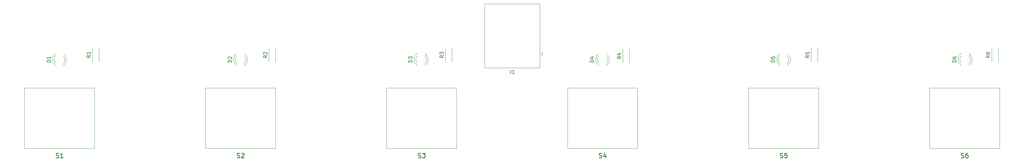
<source format=gbr>
G04 #@! TF.GenerationSoftware,KiCad,Pcbnew,(5.1.2-1)-1*
G04 #@! TF.CreationDate,2019-05-19T16:00:05-07:00*
G04 #@! TF.ProjectId,PedalBoard,50656461-6c42-46f6-9172-642e6b696361,rev?*
G04 #@! TF.SameCoordinates,Original*
G04 #@! TF.FileFunction,Legend,Top*
G04 #@! TF.FilePolarity,Positive*
%FSLAX46Y46*%
G04 Gerber Fmt 4.6, Leading zero omitted, Abs format (unit mm)*
G04 Created by KiCad (PCBNEW (5.1.2-1)-1) date 2019-05-19 16:00:05*
%MOMM*%
%LPD*%
G04 APERTURE LIST*
%ADD10C,0.120000*%
%ADD11C,0.100000*%
%ADD12C,0.150000*%
%ADD13C,0.254000*%
G04 APERTURE END LIST*
D10*
X279591000Y-82586000D02*
X279747000Y-82586000D01*
X277275000Y-82586000D02*
X277431000Y-82586000D01*
X279590837Y-79984870D02*
G75*
G02X279591000Y-82066961I-1079837J-1041130D01*
G01*
X277431163Y-79984870D02*
G75*
G03X277431000Y-82066961I1079837J-1041130D01*
G01*
X279589608Y-79353665D02*
G75*
G02X279746516Y-82586000I-1078608J-1672335D01*
G01*
X277432392Y-79353665D02*
G75*
G03X277275484Y-82586000I1078608J-1672335D01*
G01*
X228664000Y-82586000D02*
X228820000Y-82586000D01*
X226348000Y-82586000D02*
X226504000Y-82586000D01*
X228663837Y-79984870D02*
G75*
G02X228664000Y-82066961I-1079837J-1041130D01*
G01*
X226504163Y-79984870D02*
G75*
G03X226504000Y-82066961I1079837J-1041130D01*
G01*
X228662608Y-79353665D02*
G75*
G02X228819516Y-82586000I-1078608J-1672335D01*
G01*
X226505392Y-79353665D02*
G75*
G03X226348484Y-82586000I1078608J-1672335D01*
G01*
X177864000Y-82586000D02*
X178020000Y-82586000D01*
X175548000Y-82586000D02*
X175704000Y-82586000D01*
X177863837Y-79984870D02*
G75*
G02X177864000Y-82066961I-1079837J-1041130D01*
G01*
X175704163Y-79984870D02*
G75*
G03X175704000Y-82066961I1079837J-1041130D01*
G01*
X177862608Y-79353665D02*
G75*
G02X178019516Y-82586000I-1078608J-1672335D01*
G01*
X175705392Y-79353665D02*
G75*
G03X175548484Y-82586000I1078608J-1672335D01*
G01*
X126937000Y-82586000D02*
X127093000Y-82586000D01*
X124621000Y-82586000D02*
X124777000Y-82586000D01*
X126936837Y-79984870D02*
G75*
G02X126937000Y-82066961I-1079837J-1041130D01*
G01*
X124777163Y-79984870D02*
G75*
G03X124777000Y-82066961I1079837J-1041130D01*
G01*
X126935608Y-79353665D02*
G75*
G02X127092516Y-82586000I-1078608J-1672335D01*
G01*
X124778392Y-79353665D02*
G75*
G03X124621484Y-82586000I1078608J-1672335D01*
G01*
X76264000Y-82586000D02*
X76420000Y-82586000D01*
X73948000Y-82586000D02*
X74104000Y-82586000D01*
X76263837Y-79984870D02*
G75*
G02X76264000Y-82066961I-1079837J-1041130D01*
G01*
X74104163Y-79984870D02*
G75*
G03X74104000Y-82066961I1079837J-1041130D01*
G01*
X76262608Y-79353665D02*
G75*
G02X76419516Y-82586000I-1078608J-1672335D01*
G01*
X74105392Y-79353665D02*
G75*
G03X73948484Y-82586000I1078608J-1672335D01*
G01*
X25464000Y-82586000D02*
X25620000Y-82586000D01*
X23148000Y-82586000D02*
X23304000Y-82586000D01*
X25463837Y-79984870D02*
G75*
G02X25464000Y-82066961I-1079837J-1041130D01*
G01*
X23304163Y-79984870D02*
G75*
G03X23304000Y-82066961I1079837J-1041130D01*
G01*
X25462608Y-79353665D02*
G75*
G02X25619516Y-82586000I-1078608J-1672335D01*
G01*
X23305392Y-79353665D02*
G75*
G03X23148484Y-82586000I1078608J-1672335D01*
G01*
D11*
X268584000Y-106036000D02*
X268584000Y-89036000D01*
X288184000Y-106036000D02*
X268584000Y-106036000D01*
X288184000Y-89036000D02*
X288184000Y-106036000D01*
X268584000Y-89036000D02*
X288184000Y-89036000D01*
X217784000Y-106036000D02*
X217784000Y-89036000D01*
X237384000Y-106036000D02*
X217784000Y-106036000D01*
X237384000Y-89036000D02*
X237384000Y-106036000D01*
X217784000Y-89036000D02*
X237384000Y-89036000D01*
X166984000Y-106036000D02*
X166984000Y-89036000D01*
X186584000Y-106036000D02*
X166984000Y-106036000D01*
X186584000Y-89036000D02*
X186584000Y-106036000D01*
X166984000Y-89036000D02*
X186584000Y-89036000D01*
X116184000Y-106036000D02*
X116184000Y-89036000D01*
X135784000Y-106036000D02*
X116184000Y-106036000D01*
X135784000Y-89036000D02*
X135784000Y-106036000D01*
X116184000Y-89036000D02*
X135784000Y-89036000D01*
X65384000Y-106036000D02*
X65384000Y-89036000D01*
X84984000Y-106036000D02*
X65384000Y-106036000D01*
X84984000Y-89036000D02*
X84984000Y-106036000D01*
X65384000Y-89036000D02*
X84984000Y-89036000D01*
X14584000Y-106036000D02*
X14584000Y-89036000D01*
X34184000Y-106036000D02*
X14584000Y-106036000D01*
X34184000Y-89036000D02*
X34184000Y-106036000D01*
X14584000Y-89036000D02*
X34184000Y-89036000D01*
D10*
X287813000Y-81676000D02*
X287813000Y-77836000D01*
X285973000Y-81676000D02*
X285973000Y-77836000D01*
X237140000Y-81676000D02*
X237140000Y-77836000D01*
X235300000Y-81676000D02*
X235300000Y-77836000D01*
X184308000Y-81930000D02*
X184308000Y-78090000D01*
X182468000Y-81930000D02*
X182468000Y-78090000D01*
X134524000Y-81676000D02*
X134524000Y-77836000D01*
X132684000Y-81676000D02*
X132684000Y-77836000D01*
X84994000Y-81676000D02*
X84994000Y-77836000D01*
X83154000Y-81676000D02*
X83154000Y-77836000D01*
X35464000Y-81676000D02*
X35464000Y-77836000D01*
X33624000Y-81676000D02*
X33624000Y-77836000D01*
X159144000Y-83382000D02*
X159144000Y-65422000D01*
X143624000Y-83382000D02*
X159144000Y-83382000D01*
X143624000Y-83382000D02*
X143624000Y-65422000D01*
X159144000Y-65422000D02*
X143624000Y-65422000D01*
X159329000Y-79502000D02*
X159829000Y-80002000D01*
X159829000Y-80002000D02*
X159829000Y-79002000D01*
X159829000Y-79002000D02*
X159329000Y-79502000D01*
D12*
X276003380Y-81764095D02*
X275003380Y-81764095D01*
X275003380Y-81526000D01*
X275051000Y-81383142D01*
X275146238Y-81287904D01*
X275241476Y-81240285D01*
X275431952Y-81192666D01*
X275574809Y-81192666D01*
X275765285Y-81240285D01*
X275860523Y-81287904D01*
X275955761Y-81383142D01*
X276003380Y-81526000D01*
X276003380Y-81764095D01*
X275003380Y-80335523D02*
X275003380Y-80526000D01*
X275051000Y-80621238D01*
X275098619Y-80668857D01*
X275241476Y-80764095D01*
X275431952Y-80811714D01*
X275812904Y-80811714D01*
X275908142Y-80764095D01*
X275955761Y-80716476D01*
X276003380Y-80621238D01*
X276003380Y-80430761D01*
X275955761Y-80335523D01*
X275908142Y-80287904D01*
X275812904Y-80240285D01*
X275574809Y-80240285D01*
X275479571Y-80287904D01*
X275431952Y-80335523D01*
X275384333Y-80430761D01*
X275384333Y-80621238D01*
X275431952Y-80716476D01*
X275479571Y-80764095D01*
X275574809Y-80811714D01*
X225076380Y-81764095D02*
X224076380Y-81764095D01*
X224076380Y-81526000D01*
X224124000Y-81383142D01*
X224219238Y-81287904D01*
X224314476Y-81240285D01*
X224504952Y-81192666D01*
X224647809Y-81192666D01*
X224838285Y-81240285D01*
X224933523Y-81287904D01*
X225028761Y-81383142D01*
X225076380Y-81526000D01*
X225076380Y-81764095D01*
X224076380Y-80287904D02*
X224076380Y-80764095D01*
X224552571Y-80811714D01*
X224504952Y-80764095D01*
X224457333Y-80668857D01*
X224457333Y-80430761D01*
X224504952Y-80335523D01*
X224552571Y-80287904D01*
X224647809Y-80240285D01*
X224885904Y-80240285D01*
X224981142Y-80287904D01*
X225028761Y-80335523D01*
X225076380Y-80430761D01*
X225076380Y-80668857D01*
X225028761Y-80764095D01*
X224981142Y-80811714D01*
X174276380Y-81764095D02*
X173276380Y-81764095D01*
X173276380Y-81526000D01*
X173324000Y-81383142D01*
X173419238Y-81287904D01*
X173514476Y-81240285D01*
X173704952Y-81192666D01*
X173847809Y-81192666D01*
X174038285Y-81240285D01*
X174133523Y-81287904D01*
X174228761Y-81383142D01*
X174276380Y-81526000D01*
X174276380Y-81764095D01*
X173609714Y-80335523D02*
X174276380Y-80335523D01*
X173228761Y-80573619D02*
X173943047Y-80811714D01*
X173943047Y-80192666D01*
X123349380Y-81764095D02*
X122349380Y-81764095D01*
X122349380Y-81526000D01*
X122397000Y-81383142D01*
X122492238Y-81287904D01*
X122587476Y-81240285D01*
X122777952Y-81192666D01*
X122920809Y-81192666D01*
X123111285Y-81240285D01*
X123206523Y-81287904D01*
X123301761Y-81383142D01*
X123349380Y-81526000D01*
X123349380Y-81764095D01*
X122349380Y-80859333D02*
X122349380Y-80240285D01*
X122730333Y-80573619D01*
X122730333Y-80430761D01*
X122777952Y-80335523D01*
X122825571Y-80287904D01*
X122920809Y-80240285D01*
X123158904Y-80240285D01*
X123254142Y-80287904D01*
X123301761Y-80335523D01*
X123349380Y-80430761D01*
X123349380Y-80716476D01*
X123301761Y-80811714D01*
X123254142Y-80859333D01*
X72676380Y-81764095D02*
X71676380Y-81764095D01*
X71676380Y-81526000D01*
X71724000Y-81383142D01*
X71819238Y-81287904D01*
X71914476Y-81240285D01*
X72104952Y-81192666D01*
X72247809Y-81192666D01*
X72438285Y-81240285D01*
X72533523Y-81287904D01*
X72628761Y-81383142D01*
X72676380Y-81526000D01*
X72676380Y-81764095D01*
X71771619Y-80811714D02*
X71724000Y-80764095D01*
X71676380Y-80668857D01*
X71676380Y-80430761D01*
X71724000Y-80335523D01*
X71771619Y-80287904D01*
X71866857Y-80240285D01*
X71962095Y-80240285D01*
X72104952Y-80287904D01*
X72676380Y-80859333D01*
X72676380Y-80240285D01*
X21876380Y-81764095D02*
X20876380Y-81764095D01*
X20876380Y-81526000D01*
X20924000Y-81383142D01*
X21019238Y-81287904D01*
X21114476Y-81240285D01*
X21304952Y-81192666D01*
X21447809Y-81192666D01*
X21638285Y-81240285D01*
X21733523Y-81287904D01*
X21828761Y-81383142D01*
X21876380Y-81526000D01*
X21876380Y-81764095D01*
X21876380Y-80240285D02*
X21876380Y-80811714D01*
X21876380Y-80526000D02*
X20876380Y-80526000D01*
X21019238Y-80621238D01*
X21114476Y-80716476D01*
X21162095Y-80811714D01*
D13*
X277416380Y-108591047D02*
X277597809Y-108651523D01*
X277900190Y-108651523D01*
X278021142Y-108591047D01*
X278081619Y-108530571D01*
X278142095Y-108409619D01*
X278142095Y-108288666D01*
X278081619Y-108167714D01*
X278021142Y-108107238D01*
X277900190Y-108046761D01*
X277658285Y-107986285D01*
X277537333Y-107925809D01*
X277476857Y-107865333D01*
X277416380Y-107744380D01*
X277416380Y-107623428D01*
X277476857Y-107502476D01*
X277537333Y-107442000D01*
X277658285Y-107381523D01*
X277960666Y-107381523D01*
X278142095Y-107442000D01*
X279230666Y-107381523D02*
X278988761Y-107381523D01*
X278867809Y-107442000D01*
X278807333Y-107502476D01*
X278686380Y-107683904D01*
X278625904Y-107925809D01*
X278625904Y-108409619D01*
X278686380Y-108530571D01*
X278746857Y-108591047D01*
X278867809Y-108651523D01*
X279109714Y-108651523D01*
X279230666Y-108591047D01*
X279291142Y-108530571D01*
X279351619Y-108409619D01*
X279351619Y-108107238D01*
X279291142Y-107986285D01*
X279230666Y-107925809D01*
X279109714Y-107865333D01*
X278867809Y-107865333D01*
X278746857Y-107925809D01*
X278686380Y-107986285D01*
X278625904Y-108107238D01*
X226616380Y-108591047D02*
X226797809Y-108651523D01*
X227100190Y-108651523D01*
X227221142Y-108591047D01*
X227281619Y-108530571D01*
X227342095Y-108409619D01*
X227342095Y-108288666D01*
X227281619Y-108167714D01*
X227221142Y-108107238D01*
X227100190Y-108046761D01*
X226858285Y-107986285D01*
X226737333Y-107925809D01*
X226676857Y-107865333D01*
X226616380Y-107744380D01*
X226616380Y-107623428D01*
X226676857Y-107502476D01*
X226737333Y-107442000D01*
X226858285Y-107381523D01*
X227160666Y-107381523D01*
X227342095Y-107442000D01*
X228491142Y-107381523D02*
X227886380Y-107381523D01*
X227825904Y-107986285D01*
X227886380Y-107925809D01*
X228007333Y-107865333D01*
X228309714Y-107865333D01*
X228430666Y-107925809D01*
X228491142Y-107986285D01*
X228551619Y-108107238D01*
X228551619Y-108409619D01*
X228491142Y-108530571D01*
X228430666Y-108591047D01*
X228309714Y-108651523D01*
X228007333Y-108651523D01*
X227886380Y-108591047D01*
X227825904Y-108530571D01*
X175816380Y-108591047D02*
X175997809Y-108651523D01*
X176300190Y-108651523D01*
X176421142Y-108591047D01*
X176481619Y-108530571D01*
X176542095Y-108409619D01*
X176542095Y-108288666D01*
X176481619Y-108167714D01*
X176421142Y-108107238D01*
X176300190Y-108046761D01*
X176058285Y-107986285D01*
X175937333Y-107925809D01*
X175876857Y-107865333D01*
X175816380Y-107744380D01*
X175816380Y-107623428D01*
X175876857Y-107502476D01*
X175937333Y-107442000D01*
X176058285Y-107381523D01*
X176360666Y-107381523D01*
X176542095Y-107442000D01*
X177630666Y-107804857D02*
X177630666Y-108651523D01*
X177328285Y-107321047D02*
X177025904Y-108228190D01*
X177812095Y-108228190D01*
X125016380Y-108591047D02*
X125197809Y-108651523D01*
X125500190Y-108651523D01*
X125621142Y-108591047D01*
X125681619Y-108530571D01*
X125742095Y-108409619D01*
X125742095Y-108288666D01*
X125681619Y-108167714D01*
X125621142Y-108107238D01*
X125500190Y-108046761D01*
X125258285Y-107986285D01*
X125137333Y-107925809D01*
X125076857Y-107865333D01*
X125016380Y-107744380D01*
X125016380Y-107623428D01*
X125076857Y-107502476D01*
X125137333Y-107442000D01*
X125258285Y-107381523D01*
X125560666Y-107381523D01*
X125742095Y-107442000D01*
X126165428Y-107381523D02*
X126951619Y-107381523D01*
X126528285Y-107865333D01*
X126709714Y-107865333D01*
X126830666Y-107925809D01*
X126891142Y-107986285D01*
X126951619Y-108107238D01*
X126951619Y-108409619D01*
X126891142Y-108530571D01*
X126830666Y-108591047D01*
X126709714Y-108651523D01*
X126346857Y-108651523D01*
X126225904Y-108591047D01*
X126165428Y-108530571D01*
X74216380Y-108591047D02*
X74397809Y-108651523D01*
X74700190Y-108651523D01*
X74821142Y-108591047D01*
X74881619Y-108530571D01*
X74942095Y-108409619D01*
X74942095Y-108288666D01*
X74881619Y-108167714D01*
X74821142Y-108107238D01*
X74700190Y-108046761D01*
X74458285Y-107986285D01*
X74337333Y-107925809D01*
X74276857Y-107865333D01*
X74216380Y-107744380D01*
X74216380Y-107623428D01*
X74276857Y-107502476D01*
X74337333Y-107442000D01*
X74458285Y-107381523D01*
X74760666Y-107381523D01*
X74942095Y-107442000D01*
X75425904Y-107502476D02*
X75486380Y-107442000D01*
X75607333Y-107381523D01*
X75909714Y-107381523D01*
X76030666Y-107442000D01*
X76091142Y-107502476D01*
X76151619Y-107623428D01*
X76151619Y-107744380D01*
X76091142Y-107925809D01*
X75365428Y-108651523D01*
X76151619Y-108651523D01*
X23416380Y-108591047D02*
X23597809Y-108651523D01*
X23900190Y-108651523D01*
X24021142Y-108591047D01*
X24081619Y-108530571D01*
X24142095Y-108409619D01*
X24142095Y-108288666D01*
X24081619Y-108167714D01*
X24021142Y-108107238D01*
X23900190Y-108046761D01*
X23658285Y-107986285D01*
X23537333Y-107925809D01*
X23476857Y-107865333D01*
X23416380Y-107744380D01*
X23416380Y-107623428D01*
X23476857Y-107502476D01*
X23537333Y-107442000D01*
X23658285Y-107381523D01*
X23960666Y-107381523D01*
X24142095Y-107442000D01*
X25351619Y-108651523D02*
X24625904Y-108651523D01*
X24988761Y-108651523D02*
X24988761Y-107381523D01*
X24867809Y-107562952D01*
X24746857Y-107683904D01*
X24625904Y-107744380D01*
D12*
X285425380Y-79922666D02*
X284949190Y-80256000D01*
X285425380Y-80494095D02*
X284425380Y-80494095D01*
X284425380Y-80113142D01*
X284473000Y-80017904D01*
X284520619Y-79970285D01*
X284615857Y-79922666D01*
X284758714Y-79922666D01*
X284853952Y-79970285D01*
X284901571Y-80017904D01*
X284949190Y-80113142D01*
X284949190Y-80494095D01*
X284425380Y-79065523D02*
X284425380Y-79256000D01*
X284473000Y-79351238D01*
X284520619Y-79398857D01*
X284663476Y-79494095D01*
X284853952Y-79541714D01*
X285234904Y-79541714D01*
X285330142Y-79494095D01*
X285377761Y-79446476D01*
X285425380Y-79351238D01*
X285425380Y-79160761D01*
X285377761Y-79065523D01*
X285330142Y-79017904D01*
X285234904Y-78970285D01*
X284996809Y-78970285D01*
X284901571Y-79017904D01*
X284853952Y-79065523D01*
X284806333Y-79160761D01*
X284806333Y-79351238D01*
X284853952Y-79446476D01*
X284901571Y-79494095D01*
X284996809Y-79541714D01*
X234752380Y-79922666D02*
X234276190Y-80256000D01*
X234752380Y-80494095D02*
X233752380Y-80494095D01*
X233752380Y-80113142D01*
X233800000Y-80017904D01*
X233847619Y-79970285D01*
X233942857Y-79922666D01*
X234085714Y-79922666D01*
X234180952Y-79970285D01*
X234228571Y-80017904D01*
X234276190Y-80113142D01*
X234276190Y-80494095D01*
X233752380Y-79017904D02*
X233752380Y-79494095D01*
X234228571Y-79541714D01*
X234180952Y-79494095D01*
X234133333Y-79398857D01*
X234133333Y-79160761D01*
X234180952Y-79065523D01*
X234228571Y-79017904D01*
X234323809Y-78970285D01*
X234561904Y-78970285D01*
X234657142Y-79017904D01*
X234704761Y-79065523D01*
X234752380Y-79160761D01*
X234752380Y-79398857D01*
X234704761Y-79494095D01*
X234657142Y-79541714D01*
X181920380Y-80176666D02*
X181444190Y-80510000D01*
X181920380Y-80748095D02*
X180920380Y-80748095D01*
X180920380Y-80367142D01*
X180968000Y-80271904D01*
X181015619Y-80224285D01*
X181110857Y-80176666D01*
X181253714Y-80176666D01*
X181348952Y-80224285D01*
X181396571Y-80271904D01*
X181444190Y-80367142D01*
X181444190Y-80748095D01*
X181253714Y-79319523D02*
X181920380Y-79319523D01*
X180872761Y-79557619D02*
X181587047Y-79795714D01*
X181587047Y-79176666D01*
X132136380Y-79922666D02*
X131660190Y-80256000D01*
X132136380Y-80494095D02*
X131136380Y-80494095D01*
X131136380Y-80113142D01*
X131184000Y-80017904D01*
X131231619Y-79970285D01*
X131326857Y-79922666D01*
X131469714Y-79922666D01*
X131564952Y-79970285D01*
X131612571Y-80017904D01*
X131660190Y-80113142D01*
X131660190Y-80494095D01*
X131136380Y-79589333D02*
X131136380Y-78970285D01*
X131517333Y-79303619D01*
X131517333Y-79160761D01*
X131564952Y-79065523D01*
X131612571Y-79017904D01*
X131707809Y-78970285D01*
X131945904Y-78970285D01*
X132041142Y-79017904D01*
X132088761Y-79065523D01*
X132136380Y-79160761D01*
X132136380Y-79446476D01*
X132088761Y-79541714D01*
X132041142Y-79589333D01*
X82606380Y-79922666D02*
X82130190Y-80256000D01*
X82606380Y-80494095D02*
X81606380Y-80494095D01*
X81606380Y-80113142D01*
X81654000Y-80017904D01*
X81701619Y-79970285D01*
X81796857Y-79922666D01*
X81939714Y-79922666D01*
X82034952Y-79970285D01*
X82082571Y-80017904D01*
X82130190Y-80113142D01*
X82130190Y-80494095D01*
X81701619Y-79541714D02*
X81654000Y-79494095D01*
X81606380Y-79398857D01*
X81606380Y-79160761D01*
X81654000Y-79065523D01*
X81701619Y-79017904D01*
X81796857Y-78970285D01*
X81892095Y-78970285D01*
X82034952Y-79017904D01*
X82606380Y-79589333D01*
X82606380Y-78970285D01*
X33076380Y-79922666D02*
X32600190Y-80256000D01*
X33076380Y-80494095D02*
X32076380Y-80494095D01*
X32076380Y-80113142D01*
X32124000Y-80017904D01*
X32171619Y-79970285D01*
X32266857Y-79922666D01*
X32409714Y-79922666D01*
X32504952Y-79970285D01*
X32552571Y-80017904D01*
X32600190Y-80113142D01*
X32600190Y-80494095D01*
X33076380Y-78970285D02*
X33076380Y-79541714D01*
X33076380Y-79256000D02*
X32076380Y-79256000D01*
X32219238Y-79351238D01*
X32314476Y-79446476D01*
X32362095Y-79541714D01*
X151050666Y-83954380D02*
X151050666Y-84668666D01*
X151003047Y-84811523D01*
X150907809Y-84906761D01*
X150764952Y-84954380D01*
X150669714Y-84954380D01*
X152050666Y-84954380D02*
X151479238Y-84954380D01*
X151764952Y-84954380D02*
X151764952Y-83954380D01*
X151669714Y-84097238D01*
X151574476Y-84192476D01*
X151479238Y-84240095D01*
M02*

</source>
